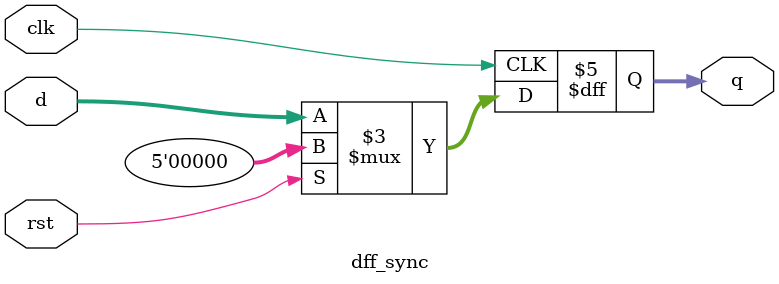
<source format=v>
module dff_async #(
    parameter N = 5        // default 5-bit
)(
    input              clk,
    input              rst, // asynchronous reset (active high)
    input      [N-1:0] d,
    output reg [N-1:0] q
);

    always @(posedge clk or posedge rst) begin
        if (rst)
            q <= {N{1'b0}};
        else
            q <= d;
    end

endmodule


module dff_sync #(
    parameter N = 5        // default 5-bit
)(
    input              clk,
    input              rst, // synchronous reset (active high)
    input      [N-1:0] d,
    output reg [N-1:0] q
);

    always @(posedge clk) begin
        if (rst)
            q <= {N{1'b0}};
        else
            q <= d;
    end

endmodule


 
</source>
